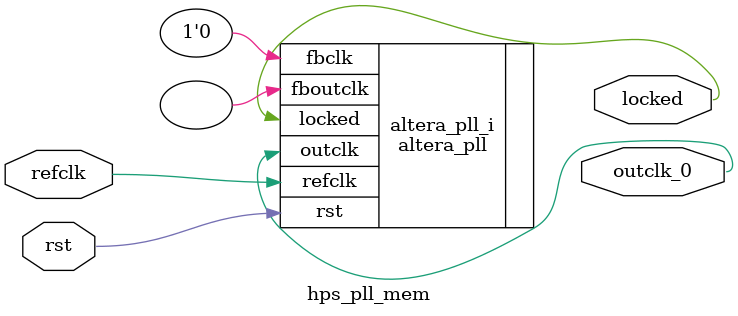
<source format=v>
`timescale 1ns/10ps
module  hps_pll_mem(

	// interface 'refclk'
	input wire refclk,

	// interface 'reset'
	input wire rst,

	// interface 'outclk0'
	output wire outclk_0,

	// interface 'locked'
	output wire locked
);

	altera_pll #(
		.fractional_vco_multiplier("false"),
		.reference_clock_frequency("50.0 MHz"),
		.operation_mode("direct"),
		.number_of_clocks(1),
		.output_clock_frequency0("100.000000 MHz"),
		.phase_shift0("0 ps"),
		.duty_cycle0(50),
		.output_clock_frequency1("0 MHz"),
		.phase_shift1("0 ps"),
		.duty_cycle1(50),
		.output_clock_frequency2("0 MHz"),
		.phase_shift2("0 ps"),
		.duty_cycle2(50),
		.output_clock_frequency3("0 MHz"),
		.phase_shift3("0 ps"),
		.duty_cycle3(50),
		.output_clock_frequency4("0 MHz"),
		.phase_shift4("0 ps"),
		.duty_cycle4(50),
		.output_clock_frequency5("0 MHz"),
		.phase_shift5("0 ps"),
		.duty_cycle5(50),
		.output_clock_frequency6("0 MHz"),
		.phase_shift6("0 ps"),
		.duty_cycle6(50),
		.output_clock_frequency7("0 MHz"),
		.phase_shift7("0 ps"),
		.duty_cycle7(50),
		.output_clock_frequency8("0 MHz"),
		.phase_shift8("0 ps"),
		.duty_cycle8(50),
		.output_clock_frequency9("0 MHz"),
		.phase_shift9("0 ps"),
		.duty_cycle9(50),
		.output_clock_frequency10("0 MHz"),
		.phase_shift10("0 ps"),
		.duty_cycle10(50),
		.output_clock_frequency11("0 MHz"),
		.phase_shift11("0 ps"),
		.duty_cycle11(50),
		.output_clock_frequency12("0 MHz"),
		.phase_shift12("0 ps"),
		.duty_cycle12(50),
		.output_clock_frequency13("0 MHz"),
		.phase_shift13("0 ps"),
		.duty_cycle13(50),
		.output_clock_frequency14("0 MHz"),
		.phase_shift14("0 ps"),
		.duty_cycle14(50),
		.output_clock_frequency15("0 MHz"),
		.phase_shift15("0 ps"),
		.duty_cycle15(50),
		.output_clock_frequency16("0 MHz"),
		.phase_shift16("0 ps"),
		.duty_cycle16(50),
		.output_clock_frequency17("0 MHz"),
		.phase_shift17("0 ps"),
		.duty_cycle17(50),
		.pll_type("General"),
		.pll_subtype("General")
	) altera_pll_i (
		.rst	(rst),
		.outclk	({outclk_0}),
		.locked	(locked),
		.fboutclk	( ),
		.fbclk	(1'b0),
		.refclk	(refclk)
	);
endmodule


</source>
